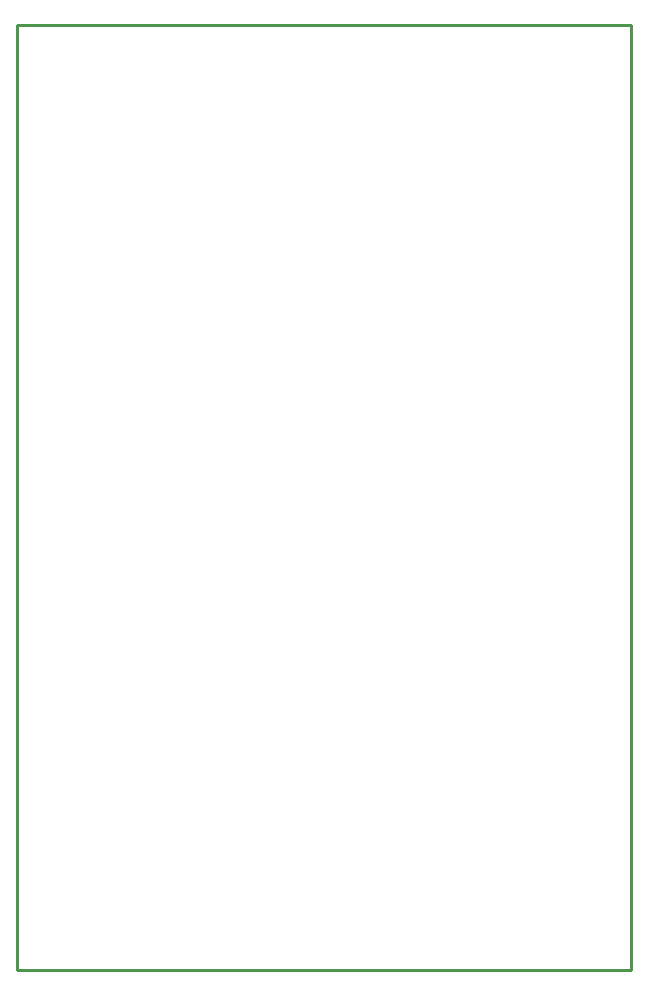
<source format=gm1>
G04*
G04 #@! TF.GenerationSoftware,Altium Limited,Altium Designer,19.0.14 (431)*
G04*
G04 Layer_Color=11511158*
%FSLAX25Y25*%
%MOIN*%
G70*
G01*
G75*
%ADD10C,0.01000*%
%ADD11C,0.00700*%
D10*
X204724Y314961D02*
X204724Y0D01*
X0Y314961D02*
X204724D01*
X0Y0D02*
Y314961D01*
Y0D02*
X204724D01*
X204724Y314961D02*
X204724Y0D01*
X0Y314961D02*
X204724D01*
X0Y0D02*
Y314961D01*
Y0D02*
X204724D01*
D11*
X0D02*
X204724D01*
X0D02*
X204724D01*
M02*

</source>
